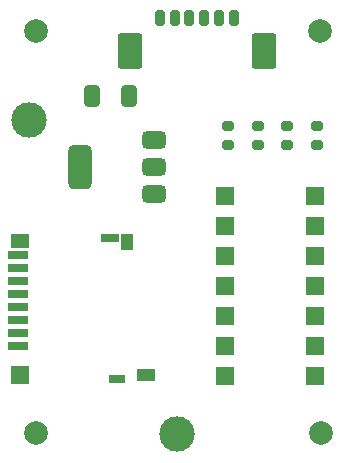
<source format=gbr>
%TF.GenerationSoftware,KiCad,Pcbnew,8.0.5-8.0.5-0~ubuntu20.04.1*%
%TF.CreationDate,2024-10-10T12:20:47-03:00*%
%TF.ProjectId,MicroSD,4d696372-6f53-4442-9e6b-696361645f70,Luis G_mez*%
%TF.SameCoordinates,Original*%
%TF.FileFunction,Soldermask,Top*%
%TF.FilePolarity,Negative*%
%FSLAX46Y46*%
G04 Gerber Fmt 4.6, Leading zero omitted, Abs format (unit mm)*
G04 Created by KiCad (PCBNEW 8.0.5-8.0.5-0~ubuntu20.04.1) date 2024-10-10 12:20:47*
%MOMM*%
%LPD*%
G01*
G04 APERTURE LIST*
G04 Aperture macros list*
%AMRoundRect*
0 Rectangle with rounded corners*
0 $1 Rounding radius*
0 $2 $3 $4 $5 $6 $7 $8 $9 X,Y pos of 4 corners*
0 Add a 4 corners polygon primitive as box body*
4,1,4,$2,$3,$4,$5,$6,$7,$8,$9,$2,$3,0*
0 Add four circle primitives for the rounded corners*
1,1,$1+$1,$2,$3*
1,1,$1+$1,$4,$5*
1,1,$1+$1,$6,$7*
1,1,$1+$1,$8,$9*
0 Add four rect primitives between the rounded corners*
20,1,$1+$1,$2,$3,$4,$5,0*
20,1,$1+$1,$4,$5,$6,$7,0*
20,1,$1+$1,$6,$7,$8,$9,0*
20,1,$1+$1,$8,$9,$2,$3,0*%
G04 Aperture macros list end*
%ADD10C,3.000000*%
%ADD11RoundRect,0.200000X-0.275000X0.200000X-0.275000X-0.200000X0.275000X-0.200000X0.275000X0.200000X0*%
%ADD12C,2.000000*%
%ADD13R,1.600000X1.600000*%
%ADD14RoundRect,0.375000X0.625000X0.375000X-0.625000X0.375000X-0.625000X-0.375000X0.625000X-0.375000X0*%
%ADD15RoundRect,0.500000X0.500000X1.400000X-0.500000X1.400000X-0.500000X-1.400000X0.500000X-1.400000X0*%
%ADD16RoundRect,0.200000X0.275000X-0.200000X0.275000X0.200000X-0.275000X0.200000X-0.275000X-0.200000X0*%
%ADD17RoundRect,0.200000X-0.200000X-0.450000X0.200000X-0.450000X0.200000X0.450000X-0.200000X0.450000X0*%
%ADD18RoundRect,0.250001X-0.799999X-1.249999X0.799999X-1.249999X0.799999X1.249999X-0.799999X1.249999X0*%
%ADD19RoundRect,0.250000X0.412500X0.650000X-0.412500X0.650000X-0.412500X-0.650000X0.412500X-0.650000X0*%
%ADD20R,1.750000X0.700000*%
%ADD21R,1.000000X1.450000*%
%ADD22R,1.550000X1.000000*%
%ADD23R,1.500000X0.800000*%
%ADD24R,1.500000X1.300000*%
%ADD25R,1.500000X1.500000*%
%ADD26R,1.400000X0.800000*%
G04 APERTURE END LIST*
D10*
%TO.C,FID2*%
X102430000Y-110520000D03*
%TD*%
D11*
%TO.C,R2*%
X124300000Y-111010000D03*
X124300000Y-112660000D03*
%TD*%
D12*
%TO.C,H1*%
X103000000Y-103000000D03*
%TD*%
D13*
%TO.C,U3*%
X126610000Y-116920000D03*
X126610000Y-119460000D03*
X126610000Y-122000000D03*
X126610000Y-124540000D03*
X126610000Y-127080000D03*
X126610000Y-129620000D03*
X126610000Y-132160000D03*
X118990000Y-132160000D03*
X118990000Y-129620000D03*
X118990000Y-127080000D03*
X118990000Y-124540000D03*
X118990000Y-122000000D03*
X118990000Y-119460000D03*
X118990000Y-116920000D03*
%TD*%
D11*
%TO.C,R1*%
X121800000Y-111010000D03*
X121800000Y-112660000D03*
%TD*%
D14*
%TO.C,U2*%
X113030000Y-116790000D03*
X113030000Y-114490000D03*
D15*
X106730000Y-114490000D03*
D14*
X113030000Y-112190000D03*
%TD*%
D11*
%TO.C,R3*%
X126800000Y-111010000D03*
X126800000Y-112660000D03*
%TD*%
D16*
%TO.C,R4*%
X119300000Y-112660000D03*
X119300000Y-111010000D03*
%TD*%
D17*
%TO.C,J2*%
X113500000Y-101910000D03*
X114750000Y-101910000D03*
X116000000Y-101910000D03*
X117250000Y-101910000D03*
X118500000Y-101910000D03*
X119750000Y-101910000D03*
D18*
X110950000Y-104660000D03*
X122300000Y-104660000D03*
%TD*%
D10*
%TO.C,FID1*%
X114930000Y-137120000D03*
%TD*%
D19*
%TO.C,C1*%
X110862500Y-108460000D03*
X107737500Y-108460000D03*
%TD*%
D12*
%TO.C,H4*%
X127130000Y-137000000D03*
%TD*%
%TO.C,H3*%
X103000000Y-137000000D03*
%TD*%
D20*
%TO.C,J1*%
X101530000Y-129670000D03*
X101530000Y-128570000D03*
X101530000Y-127470000D03*
X101530000Y-126370000D03*
X101530000Y-125270000D03*
X101530000Y-124170000D03*
X101530000Y-123070000D03*
X101530000Y-121970000D03*
D21*
X110755000Y-120845000D03*
D22*
X112330000Y-132070000D03*
D23*
X109255000Y-120520000D03*
D24*
X101655000Y-120770000D03*
D25*
X101655000Y-132120000D03*
D26*
X109905000Y-132470000D03*
%TD*%
D12*
%TO.C,H2*%
X127030000Y-103020000D03*
%TD*%
M02*

</source>
